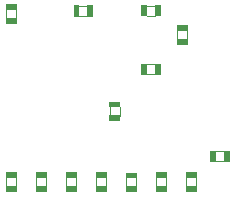
<source format=gm1>
G04 Layer_Color=16711935*
%FSLAX25Y25*%
%MOIN*%
G70*
G01*
G75*
%ADD45C,0.00400*%
G36*
X463354Y385803D02*
X459610D01*
Y387769D01*
X463354D01*
Y385803D01*
D02*
G37*
G36*
X453354D02*
X449610D01*
Y387769D01*
X453354D01*
Y385803D01*
D02*
G37*
G36*
X493354Y385649D02*
X489610D01*
Y387615D01*
X493354D01*
Y385649D01*
D02*
G37*
G36*
X473354Y385803D02*
X469610D01*
Y387769D01*
X473354D01*
Y385803D01*
D02*
G37*
G36*
X513354D02*
X509610D01*
Y387769D01*
X513354D01*
Y385803D01*
D02*
G37*
G36*
X503354D02*
X499610D01*
Y387769D01*
X503354D01*
Y385803D01*
D02*
G37*
G36*
X483354D02*
X479610D01*
Y387769D01*
X483354D01*
Y385803D01*
D02*
G37*
G36*
X463354Y381192D02*
X459610D01*
Y383169D01*
X463354D01*
Y381192D01*
D02*
G37*
G36*
X453354D02*
X449610D01*
Y383169D01*
X453354D01*
Y381192D01*
D02*
G37*
G36*
X493354Y381038D02*
X489610D01*
Y383015D01*
X493354D01*
Y381038D01*
D02*
G37*
G36*
X473354Y381192D02*
X469610D01*
Y383169D01*
X473354D01*
Y381192D01*
D02*
G37*
G36*
X513354D02*
X509610D01*
Y383169D01*
X513354D01*
Y381192D01*
D02*
G37*
G36*
X503354D02*
X499610D01*
Y383169D01*
X503354D01*
Y381192D01*
D02*
G37*
G36*
X483354D02*
X479610D01*
Y383169D01*
X483354D01*
Y381192D01*
D02*
G37*
G36*
X474197Y439610D02*
X472231D01*
Y443354D01*
X474197D01*
Y439610D01*
D02*
G37*
G36*
X453354Y437192D02*
X449610D01*
Y439169D01*
X453354D01*
Y437192D01*
D02*
G37*
G36*
X510355Y434804D02*
X506610D01*
Y436769D01*
X510355D01*
Y434804D01*
D02*
G37*
G36*
X478808Y439610D02*
X476831D01*
Y443354D01*
X478808D01*
Y439610D01*
D02*
G37*
G36*
X453354Y441803D02*
X449610D01*
Y443769D01*
X453354D01*
Y441803D01*
D02*
G37*
G36*
X496669Y439645D02*
X494692D01*
Y443390D01*
X496669D01*
Y439645D01*
D02*
G37*
G36*
X501269Y439645D02*
X499304D01*
Y443390D01*
X501269D01*
Y439645D01*
D02*
G37*
G36*
X487854Y404692D02*
X484110D01*
Y406669D01*
X487854D01*
Y404692D01*
D02*
G37*
G36*
X524269Y391146D02*
X522303D01*
Y394890D01*
X524269D01*
Y391146D01*
D02*
G37*
G36*
X519669Y391146D02*
X517692D01*
Y394890D01*
X519669D01*
Y391146D01*
D02*
G37*
G36*
X487855Y409304D02*
X484110D01*
Y411269D01*
X487855D01*
Y409304D01*
D02*
G37*
G36*
X510355Y430192D02*
X506610D01*
Y432169D01*
X510355D01*
Y430192D01*
D02*
G37*
G36*
X496669Y420146D02*
X494692D01*
Y423890D01*
X496669D01*
Y420146D01*
D02*
G37*
G36*
X501269Y420145D02*
X499304D01*
Y423890D01*
X501269D01*
Y420145D01*
D02*
G37*
D45*
X484299Y406598D02*
Y409402D01*
X487650Y406598D02*
Y409402D01*
X496598Y423701D02*
X499402D01*
X496598Y420350D02*
X499402D01*
X496598Y443201D02*
X499402D01*
X496598Y439850D02*
X499402D01*
X519598Y394701D02*
X522402D01*
X519598Y391350D02*
X522402D01*
X474098Y439799D02*
X476902D01*
X474098Y443150D02*
X476902D01*
X506799Y432098D02*
Y434902D01*
X510150Y432098D02*
Y434902D01*
X509799Y383098D02*
Y385902D01*
X513150Y383098D02*
Y385902D01*
X499799Y383098D02*
Y385902D01*
X503150Y383098D02*
Y385902D01*
X489799Y382945D02*
Y385748D01*
X493150Y382945D02*
Y385748D01*
X479799Y383098D02*
Y385902D01*
X483150Y383098D02*
Y385902D01*
X469799Y383098D02*
Y385902D01*
X473150Y383098D02*
Y385902D01*
X459799Y383098D02*
Y385902D01*
X463150Y383098D02*
Y385902D01*
X449799Y383098D02*
Y385902D01*
X453150Y383098D02*
Y385902D01*
X449799Y439098D02*
Y441902D01*
X453150Y439098D02*
Y441902D01*
M02*

</source>
